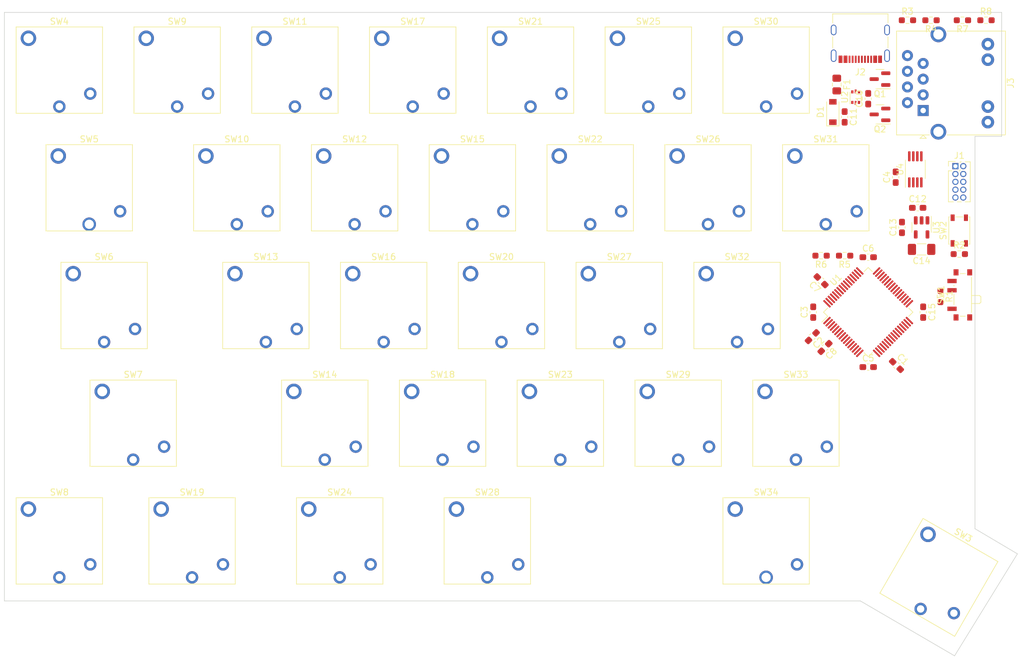
<source format=kicad_pcb>
(kicad_pcb (version 20211014) (generator pcbnew)
  (layers (0 "F.Cu" signal) (31 "B.Cu" signal) (34 "B.Paste" user) (35 "F.Paste" user) (36 "B.SilkS" user "B.Silkscreen") (37 "F.SilkS" user "F.Silkscreen") (38 "B.Mask" user) (39 "F.Mask" user) (44 "Edge.Cuts" user))
  (net 0 "")
  (net 1 "+3V3")
  (net 11 "GND")
  (net 46 "VBUS")
  (net 47 "Net-(C7-Pad1)")
  (net 48 "/RST")
  (net 49 "Net-(C12-Pad1)")
  (net 50 "Net-(C13-Pad1)")
  (net 51 "Net-(J2-PadA4)")
  (net 52 "Net-(J2-PadA7)")
  (net 53 "Net-(J2-PadA6)")
  (net 55 "Net-(J2-PadA5)")
  (net 57 "Net-(J2-PadB5)")
  (net 58 "Net-(R1-Pad1)")
  (net 59 "Net-(R5-Pad2)")
  (net 60 "/D-")
  (net 61 "/D+")
  (net 62 "/JTMS")
  (net 63 "/JTCK")
  (net 64 "/JTDI")
  (net 65 "/JTDO")
  (net 67 "/DMA_TX+")
  (net 68 "/DMA_TX-")
  (net 69 "/DMA_RX+")
  (net 70 "/DMA_RX-")
  (net 71 "Net-(J3-Pad12)")
  (net 72 "Net-(J3-Pad11)")
  (net 73 "Net-(J3-Pad9)")
  (net 74 "Net-(J3-Pad10)")
  (net 75 "/DMA_RX")
  (net 76 "/DMA_TX")
  (net 77 "/K_ESC")
  (net 78 "/K_GRAVE")
  (net 79 "/K_TAB")
  (net 80 "/K_CAPS")
  (net 81 "/K_SFT")
  (net 82 "/K_FN")
  (net 83 "/K_1")
  (net 84 "/K_Q")
  (net 85 "/K_2")
  (net 86 "/K_W")
  (net 87 "/K_A")
  (net 88 "/K_Z")
  (net 89 "/K_E")
  (net 90 "/K_S")
  (net 91 "/K_3")
  (net 92 "/K_X")
  (net 93 "/K_CTL")
  (net 94 "/K_D")
  (net 95 "/K_4")
  (net 96 "/K_R")
  (net 97 "/K_C")
  (net 98 "/K_OPT")
  (net 99 "/K_5")
  (net 100 "/K_T")
  (net 101 "/K_F")
  (net 102 "/K_CMD")
  (net 103 "/K_V")
  (net 104 "/K_6")
  (net 105 "/K_Y")
  (net 106 "/K_G")
  (net 107 "/K_B")
  (net 108 "/K_SPC")
  (footprint "dwkb:Kailh_Choc_V2_1.00u_PCB" (layer "F.Cu") (at 289.941 96.97)
    (fp_text reference "SW27" (at -2.54 -2.794) (layer "F.SilkS"))
    (fp_text value "K_F")
    (pad "" np_thru_hole circle locked (at -2.54 5.08) (size 4 4) (drill 4) (layers *.Cu *.Mask))
    (pad "" np_thru_hole circle locked (at 2.46 8.88) (size 2 2) (drill 1.2) (layers *.Cu *.Mask))
    (pad "1" thru_hole circle locked (at -7.54 -0.07) (size 2.5 2.5) (drill 1.6) (layers *.Cu *.Mask) (net 101 "/K_F"))
    (pad "2" thru_hole circle locked (at -2.54 10.98) (size 2 2) (drill 1.2) (layers *.Cu *.Mask) (net 11 "GND"))
  )
  (footprint "dwkb:Kailh_Choc_V2_1.00u_PCB" (layer "F.Cu") (at 218.44 58.87)
    (fp_text reference "SW9" (at -2.54 -2.794) (layer "F.SilkS"))
    (fp_text value "K_1")
    (pad "" np_thru_hole circle locked (at 2.46 8.88) (size 2 2) (drill 1.2) (layers *.Cu *.Mask))
    (pad "" np_thru_hole circle locked (at -2.54 5.08) (size 4 4) (drill 4) (layers *.Cu *.Mask))
    (pad "1" thru_hole circle locked (at -7.54 -0.07) (size 2.5 2.5) (drill 1.6) (layers *.Cu *.Mask) (net 83 "/K_1"))
    (pad "2" thru_hole circle locked (at -2.54 10.98) (size 2 2) (drill 1.2) (layers *.Cu *.Mask) (net 11 "GND"))
  )
  (footprint "Resistor_SMD:R_0603_1608Metric_Pad0.98x0.95mm_HandSolder" (layer "F.Cu") (at 337.82 55.88 180)
    (fp_text reference "R4" (at 0 -1.43) (layer "F.SilkS"))
    (fp_text value "5.1kohm")
    (pad "1" smd roundrect locked (at -0.9125 0 180) (size 0.975 0.95) (layers "F.Cu" "F.Paste" "F.Mask") (net 55 "Net-(J2-PadA5)"))
    (pad "2" smd roundrect locked (at 0.9125 0 180) (size 0.975 0.95) (layers "F.Cu" "F.Paste" "F.Mask") (net 11 "GND"))
  )
  (footprint "dwkb:Kailh_Choc_V2_1.00u_PCB" (layer "F.Cu") (at 256.54 58.87)
    (fp_text reference "SW17" (at -2.54 -2.794) (layer "F.SilkS"))
    (fp_text value "K_3")
    (pad "" np_thru_hole circle locked (at 2.46 8.88) (size 2 2) (drill 1.2) (layers *.Cu *.Mask))
    (pad "" np_thru_hole circle locked (at -2.54 5.08) (size 4 4) (drill 4) (layers *.Cu *.Mask))
    (pad "1" thru_hole circle locked (at -7.54 -0.07) (size 2.5 2.5) (drill 1.6) (layers *.Cu *.Mask) (net 91 "/K_3"))
    (pad "2" thru_hole circle locked (at -2.54 10.98) (size 2 2) (drill 1.2) (layers *.Cu *.Mask) (net 11 "GND"))
  )
  (footprint "dwkb:Kailh_Choc_V2_1.50u_PCB" (layer "F.Cu") (at 313.69 135.07)
    (fp_text reference "SW34" (at -2.54 -2.794) (layer "F.SilkS"))
    (fp_text value "K_SPC")
    (pad "" np_thru_hole circle locked (at -2.54 5.08) (size 4 4) (drill 4) (layers *.Cu *.Mask))
    (pad "" np_thru_hole circle locked (at 2.46 8.88) (size 2 2) (drill 1.2) (layers *.Cu *.Mask))
    (pad "1" thru_hole circle locked (at -7.54 -0.07) (size 2.5 2.5) (drill 1.6) (layers *.Cu *.Mask) (net 108 "/K_SPC"))
    (pad "2" thru_hole circle locked (at -2.54 10.98) (size 2.2 2.2) (drill 1.5) (layers *.Cu *.Mask) (net 11 "GND"))
  )
  (footprint "dwkb:Kailh_Choc_V2_1.00u_PCB" (layer "F.Cu") (at 247.142 77.92)
    (fp_text reference "SW12" (at -2.54 -2.794) (layer "F.SilkS"))
    (fp_text value "K_W")
    (pad "" np_thru_hole circle locked (at -2.54 5.08) (size 4 4) (drill 4) (layers *.Cu *.Mask))
    (pad "" np_thru_hole circle locked (at 2.46 8.88) (size 2 2) (drill 1.2) (layers *.Cu *.Mask))
    (pad "1" thru_hole circle locked (at -7.54 -0.07) (size 2.5 2.5) (drill 1.6) (layers *.Cu *.Mask) (net 86 "/K_W"))
    (pad "2" thru_hole circle locked (at -2.54 10.98) (size 2 2) (drill 1.2) (layers *.Cu *.Mask) (net 11 "GND"))
  )
  (footprint "Capacitor_SMD:C_0603_1608Metric_Pad1.08x0.95mm_HandSolder" (layer "F.Cu") (at 327.66 112.014)
    (fp_text reference "C5" (at 0 -1.43) (layer "F.SilkS"))
    (fp_text value "0.1uF")
    (pad "1" smd roundrect locked (at -0.8625 0) (size 1.075 0.95) (layers "F.Cu" "F.Paste" "F.Mask") (net 1 "+3V3"))
    (pad "2" smd roundrect locked (at 0.8625 0) (size 1.075 0.95) (layers "F.Cu" "F.Paste" "F.Mask") (net 11 "GND"))
  )
  (footprint "dwkb:Kailh_Choc_V2_1.00u_PCB" (layer "F.Cu") (at 232.791 96.97)
    (fp_text reference "SW13" (at -2.54 -2.794) (layer "F.SilkS"))
    (fp_text value "K_A")
    (pad "" np_thru_hole circle locked (at 2.46 8.88) (size 2 2) (drill 1.2) (layers *.Cu *.Mask))
    (pad "" np_thru_hole circle locked (at -2.54 5.08) (size 4 4) (drill 4) (layers *.Cu *.Mask))
    (pad "1" thru_hole circle locked (at -7.54 -0.07) (size 2.5 2.5) (drill 1.6) (layers *.Cu *.Mask) (net 87 "/K_A"))
    (pad "2" thru_hole circle locked (at -2.54 10.98) (size 2 2) (drill 1.2) (layers *.Cu *.Mask) (net 11 "GND"))
  )
  (footprint "dwkb:Kailh_Choc_V2_1.00u_PCB" (layer "F.Cu") (at 251.841 96.97)
    (fp_text reference "SW16" (at -2.54 -2.794) (layer "F.SilkS"))
    (fp_text value "K_S")
    (pad "" np_thru_hole circle locked (at -2.54 5.08) (size 4 4) (drill 4) (layers *.Cu *.Mask))
    (pad "" np_thru_hole circle locked (at 2.46 8.88) (size 2 2) (drill 1.2) (layers *.Cu *.Mask))
    (pad "1" thru_hole circle locked (at -7.54 -0.07) (size 2.5 2.5) (drill 1.6) (layers *.Cu *.Mask) (net 90 "/K_S"))
    (pad "2" thru_hole circle locked (at -2.54 10.98) (size 2 2) (drill 1.2) (layers *.Cu *.Mask) (net 11 "GND"))
  )
  (footprint "dwkb:Kailh_Choc_V2_1.00u_PCB" (layer "F.Cu") (at 228.092 77.92)
    (fp_text reference "SW10" (at -2.54 -2.794) (layer "F.SilkS"))
    (fp_text value "K_Q")
    (pad "" np_thru_hole circle locked (at -2.54 5.08) (size 4 4) (drill 4) (layers *.Cu *.Mask))
    (pad "" np_thru_hole circle locked (at 2.46 8.88) (size 2 2) (drill 1.2) (layers *.Cu *.Mask))
    (pad "1" thru_hole circle locked (at -7.54 -0.07) (size 2.5 2.5) (drill 1.6) (layers *.Cu *.Mask) (net 84 "/K_Q"))
    (pad "2" thru_hole circle locked (at -2.54 10.98) (size 2 2) (drill 1.2) (layers *.Cu *.Mask) (net 11 "GND"))
  )
  (footprint "dwkb:Kailh_Choc_V2_1.00u_PCB" (layer "F.Cu") (at 285.242 77.92)
    (fp_text reference "SW22" (at -2.54 -2.794) (layer "F.SilkS"))
    (fp_text value "K_R")
    (pad "" np_thru_hole circle locked (at 2.46 8.88) (size 2 2) (drill 1.2) (layers *.Cu *.Mask))
    (pad "" np_thru_hole circle locked (at -2.54 5.08) (size 4 4) (drill 4) (layers *.Cu *.Mask))
    (pad "1" thru_hole circle locked (at -7.54 -0.07) (size 2.5 2.5) (drill 1.6) (layers *.Cu *.Mask) (net 96 "/K_R"))
    (pad "2" thru_hole circle locked (at -2.54 10.98) (size 2 2) (drill 1.2) (layers *.Cu *.Mask) (net 11 "GND"))
  )
  (footprint "Fuse:Fuse_0805_2012Metric_Pad1.15x1.40mm_HandSolder" (layer "F.Cu") (at 322.58 66.285 -90)
    (fp_text reference "F1" (at 0 -1.65 90) (layer "F.SilkS"))
    (fp_text value "Polyfuse")
    (pad "1" smd roundrect locked (at -1.025 0 270) (size 1.15 1.4) (layers "F.Cu" "F.Paste" "F.Mask") (roundrect_rratio 0.217391) (net 51 "Net-(J2-PadA4)"))
    (pad "2" smd roundrect locked (at 1.025 0 270) (size 1.15 1.4) (layers "F.Cu" "F.Paste" "F.Mask") (roundrect_rratio 0.217391) (net 46 "VBUS"))
  )
  (footprint "dwkb:Kailh_Choc_V2_1.00u_PCB" (layer "F.Cu") (at 313.69 58.87)
    (fp_text reference "SW30" (at -2.54 -2.794) (layer "F.SilkS"))
    (fp_text value "K_6")
    (pad "" np_thru_hole circle locked (at -2.54 5.08) (size 4 4) (drill 4) (layers *.Cu *.Mask))
    (pad "" np_thru_hole circle locked (at 2.46 8.88) (size 2 2) (drill 1.2) (layers *.Cu *.Mask))
    (pad "1" thru_hole circle locked (at -7.54 -0.07) (size 2.5 2.5) (drill 1.6) (layers *.Cu *.Mask) (net 104 "/K_6"))
    (pad "2" thru_hole circle locked (at -2.54 10.98) (size 2 2) (drill 1.2) (layers *.Cu *.Mask) (net 11 "GND"))
  )
  (footprint "Connector_RJ:RJ45_BEL_SS74301-00x_Vertical" (layer "F.Cu") (at 336.55 70.49 90)
    (fp_text reference "J3" (at 4.445 14.15 90) (layer "F.SilkS"))
    (fp_text value "RJ45_LED_Shielded")
    (pad "" np_thru_hole circle locked (at 10.16 6.35 90) (size 3.2512 3.2512) (drill 3.2512) (layers *.Cu *.Mask))
    (pad "" np_thru_hole circle locked (at -1.27 6.35 90) (size 3.2512 3.2512) (drill 3.2512) (layers *.Cu *.Mask))
    (pad "1" thru_hole rect locked (at 0 0 90) (size 1.778 1.778) (drill 0.889) (layers *.Cu *.Mask) (net 67 "/DMA_TX+"))
    (pad "2" thru_hole circle locked (at 1.27 -2.54 90) (size 1.778 1.778) (drill 0.889) (layers *.Cu *.Mask) (net 68 "/DMA_TX-"))
    (pad "3" thru_hole circle locked (at 2.54 0 90) (size 1.778 1.778) (drill 0.889) (layers *.Cu *.Mask) (net 69 "/DMA_RX+"))
    (pad "4" thru_hole circle locked (at 3.81 -2.54 90) (size 1.778 1.778) (drill 0.889) (layers *.Cu *.Mask) (net 1 "+3V3"))
    (pad "5" thru_hole circle locked (at 5.08 0 90) (size 1.778 1.778) (drill 0.889) (layers *.Cu *.Mask) (net 1 "+3V3"))
    (pad "6" thru_hole circle locked (at 6.35 -2.54 90) (size 1.778 1.778) (drill 0.889) (layers *.Cu *.Mask) (net 70 "/DMA_RX-"))
    (pad "7" thru_hole circle locked (at 7.62 0 90) (size 1.778 1.778) (drill 0.889) (layers *.Cu *.Mask) (net 11 "GND"))
    (pad "8" thru_hole circle locked (at 8.89 -2.54 90) (size 1.778 1.778) (drill 0.889) (layers *.Cu *.Mask) (net 11 "GND"))
    (pad "9" thru_hole circle locked (at 10.7442 10.4648 90) (size 2.032 2.032) (drill 1.016) (layers *.Cu *.Mask) (net 73 "Net-(J3-Pad9)"))
    (pad "10" thru_hole circle locked (at 8.2296 10.4648 90) (size 2.032 2.032) (drill 1.016) (layers *.Cu *.Mask) (net 74 "Net-(J3-Pad10)"))
    (pad "11" thru_hole circle locked (at 0.635 10.4648 90) (size 2.032 2.032) (drill 1.016) (layers *.Cu *.Mask) (net 72 "Net-(J3-Pad11)"))
    (pad "12" thru_hole circle locked (at -1.8796 10.4648 90) (size 2.032 2.032) (drill 1.016) (layers *.Cu *.Mask) (net 71 "Net-(J3-Pad12)"))
    (pad "SH" thru_hole circle locked (at -3.429 2.4638 90) (size 2.54 2.54) (drill 1.651) (layers *.Cu *.Mask) (net 11 "GND"))
    (pad "SH" thru_hole circle locked (at 12.319 2.4638 90) (size 2.54 2.54) (drill 1.651) (layers *.Cu *.Mask) (net 11 "GND"))
  )
  (footprint "dwkb:Kailh_Choc_V2_1.00u_PCB" (layer "F.Cu") (at 242.316 116.02)
    (fp_text reference "SW14" (at -2.54 -2.794) (layer "F.SilkS"))
    (fp_text value "K_Z")
    (pad "" np_thru_hole circle locked (at 2.46 8.88) (size 2 2) (drill 1.2) (layers *.Cu *.Mask))
    (pad "" np_thru_hole circle locked (at -2.54 5.08) (size 4 4) (drill 4) (layers *.Cu *.Mask))
    (pad "1" thru_hole circle locked (at -7.54 -0.07) (size 2.5 2.5) (drill 1.6) (layers *.Cu *.Mask) (net 88 "/K_Z"))
    (pad "2" thru_hole circle locked (at -2.54 10.98) (size 2 2) (drill 1.2) (layers *.Cu *.Mask) (net 11 "GND"))
  )
  (footprint "dwkb:Kailh_Choc_V2_1.00u_PCB" (layer "F.Cu") (at 199.39 58.87)
    (fp_text reference "SW4" (at -2.54 -2.794) (layer "F.SilkS"))
    (fp_text value "K_GRAVE")
    (pad "" np_thru_hole circle locked (at -2.54 5.08) (size 4 4) (drill 4) (layers *.Cu *.Mask))
    (pad "" np_thru_hole circle locked (at 2.46 8.88) (size 2 2) (drill 1.2) (layers *.Cu *.Mask))
    (pad "1" thru_hole circle locked (at -7.54 -0.07) (size 2.5 2.5) (drill 1.6) (layers *.Cu *.Mask) (net 78 "/K_GRAVE"))
    (pad "2" thru_hole circle locked (at -2.54 10.98) (size 2 2) (drill 1.2) (layers *.Cu *.Mask) (net 11 "GND"))
  )
  (footprint "Capacitor_SMD:C_0603_1608Metric_Pad1.08x0.95mm_HandSolder" (layer "F.Cu") (at 320.675 108.839 -135)
    (fp_text reference "C8" (at 0 -1.43 45) (layer "F.SilkS"))
    (fp_text value "0.1uF")
    (pad "1" smd roundrect locked (at -0.8625 0 225) (size 1.075 0.95) (layers "F.Cu" "F.Paste" "F.Mask") (net 48 "/RST"))
    (pad "2" smd roundrect locked (at 0.8625 0 225) (size 1.075 0.95) (layers "F.Cu" "F.Paste" "F.Mask") (net 11 "GND"))
  )
  (footprint "Package_QFP:LQFP-64_10x10mm_P0.5mm" (layer "F.Cu") (at 327.66 103.124 45)
    (fp_text reference "U1" (at 0 -7.4 45) (layer "F.SilkS"))
    (fp_text value "STM32L433RCTx")
    (pad "1" smd roundrect locked (at -5.675 -3.75 45) (size 1.55 0.3) (layers "F.Cu" "F.Paste" "F.Mask") (net 1 "+3V3"))
    (pad "2" smd roundrect locked (at -5.675 -3.25 45) (size 1.55 0.3) (layers "F.Cu" "F.Paste" "F.Mask"))
    (pad "3" smd roundrect locked (at -5.675 -2.75 45) (size 1.55 0.3) (layers "F.Cu" "F.Paste" "F.Mask"))
    (pad "4" smd roundrect locked (at -5.675 -2.25 45) (size 1.55 0.3) (layers "F.Cu" "F.Paste" "F.Mask"))
    (pad "5" smd roundrect locked (at -5.675 -1.75 45) (size 1.55 0.3) (layers "F.Cu" "F.Paste" "F.Mask"))
    (pad "6" smd roundrect locked (at -5.675 -1.25 45) (size 1.55 0.3) (layers "F.Cu" "F.Paste" "F.Mask"))
    (pad "7" smd roundrect locked (at -5.675 -0.75 45) (size 1.55 0.3) (layers "F.Cu" "F.Paste" "F.Mask") (net 48 "/RST"))
    (pad "8" smd roundrect locked (at -5.675 -0.25 45) (size 1.55 0.3) (layers "F.Cu" "F.Paste" "F.Mask"))
    (pad "9" smd roundrect locked (at -5.675 0.25 45) (size 1.55 0.3) (layers "F.Cu" "F.Paste" "F.Mask"))
    (pad "10" smd roundrect locked (at -5.675 0.75 45) (size 1.55 0.3) (layers "F.Cu" "F.Paste" "F.Mask"))
    (pad "11" smd roundrect locked (at -5.675 1.25 45) (size 1.55 0.3) (layers "F.Cu" "F.Paste" "F.Mask"))
    (pad "12" smd roundrect locked (at -5.675 1.75 45) (size 1.55 0.3) (layers "F.Cu" "F.Paste" "F.Mask") (net 11 "GND"))
    (pad "13" smd roundrect locked (at -5.675 2.25 45) (size 1.55 0.3) (layers "F.Cu" "F.Paste" "F.Mask") (net 1 "+3V3"))
    (pad "14" smd roundrect locked (at -5.675 2.75 45) (size 1.55 0.3) (layers "F.Cu" "F.Paste" "F.Mask"))
    (pad "15" smd roundrect locked (at -5.675 3.25 45) (size 1.55 0.3) (layers "F.Cu" "F.Paste" "F.Mask"))
    (pad "16" smd roundrect locked (at -5.675 3.75 45) (size 1.55 0.3) (layers "F.Cu" "F.Paste" "F.Mask"))
    (pad "17" smd roundrect locked (at -3.75 5.675 45) (size 0.3 1.55) (layers "F.Cu" "F.Paste" "F.Mask"))
    (pad "18" smd roundrect locked (at -3.25 5.675 45) (size 0.3 1.55) (layers "F.Cu" "F.Paste" "F.Mask") (net 11 "GND"))
    (pad "19" smd roundrect locked (at -2.75 5.675 45) (size 0.3 1.55) (layers "F.Cu" "F.Paste" "F.Mask") (net 1 "+3V3"))
    (pad "20" smd roundrect locked (at -2.25 5.675 45) (size 0.3 1.55) (layers "F.Cu" "F.Paste" "F.Mask"))
    (pad "21" smd roundrect locked (at -1.75 5.675 45) (size 0.3 1.55) (layers "F.Cu" "F.Paste" "F.Mask"))
    (pad "22" smd roundrect locked (at -1.25 5.675 45) (size 0.3 1.55) (layers "F.Cu" "F.Paste" "F.Mask"))
    (pad "23" smd roundrect locked (at -0.75 5.675 45) (size 0.3 1.55) (layers "F.Cu" "F.Paste" "F.Mask"))
    (pad "24" smd roundrect locked (at -0.25 5.675 45) (size 0.3 1.55) (layers "F.Cu" "F.Paste" "F.Mask"))
    (pad "25" smd roundrect locked (at 0.25 5.675 45) (size 0.3 1.55) (layers "F.Cu" "F.Paste" "F.Mask"))
    (pad "26" smd roundrect locked (at 0.75 5.675 45) (size 0.3 1.55) (layers "F.Cu" "F.Paste" "F.Mask"))
    (pad "27" smd roundrect locked (at 1.25 5.675 45) (size 0.3 1.55) (layers "F.Cu" "F.Paste" "F.Mask"))
    (pad "28" smd roundrect locked (at 1.75 5.675 45) (size 0.3 1.55) (layers "F.Cu" "F.Paste" "F.Mask"))
    (pad "29" smd roundrect locked (at 2.25 5.675 45) (size 0.3 1.55) (layers "F.Cu" "F.Paste" "F.Mask"))
    (pad "30" smd roundrect locked (at 2.75 5.675 45) (size 0.3 1.55) (layers "F.Cu" "F.Paste" "F.Mask"))
    (pad "31" smd roundrect locked (at 3.25 5.675 45) (size 0.3 1.55) (layers "F.Cu" "F.Paste" "F.Mask") (net 11 "GND"))
    (pad "32" smd roundrect locked (at 3.75 5.675 45) (size 0.3 1.55) (layers "F.Cu" "F.Paste" "F.Mask") (net 1 "+3V3"))
    (pad "33" smd roundrect locked (at 5.675 3.75 45) (size 1.55 0.3) (layers "F.Cu" "F.Paste" "F.Mask"))
    (pad "34" smd roundrect locked (at 5.675 3.25 45) (size 1.55 0.3) (layers "F.Cu" "F.Paste" "F.Mask"))
    (pad "35" smd roundrect locked (at 5.675 2.75 45) (size 1.55 0.3) (layers "F.Cu" "F.Paste" "F.Mask"))
    (pad "36" smd roundrect locked (at 5.675 2.25 45) (size 1.55 0.3) (layers "F.Cu" "F.Paste" "F.Mask"))
    (pad "37" smd roundrect locked (at 5.675 1.75 45) (size 1.55 0.3) (layers "F.Cu" "F.Paste" "F.Mask"))
    (pad "38" smd roundrect locked (at 5.675 1.25 45) (size 1.55 0.3) (layers "F.Cu" "F.Paste" "F.Mask"))
    (pad "39" smd roundrect locked (at 5.675 0.75 45) (size 1.55 0.3) (layers "F.Cu" "F.Paste" "F.Mask"))
    (pad "40" smd roundrect locked (at 5.675 0.25 45) (size 1.55 0.3) (layers "F.Cu" "F.Paste" "F.Mask"))
    (pad "41" smd roundrect locked (at 5.675 -0.25 45) (size 1.55 0.3) (layers "F.Cu" "F.Paste" "F.Mask"))
    (pad "42" smd roundrect locked (at 5.675 -0.75 45) (size 1.55 0.3) (layers "F.Cu" "F.Paste" "F.Mask") (net 76 "/DMA_TX"))
    (pad "43" smd roundrect locked (at 5.675 -1.25 45) (size 1.55 0.3) (layers "F.Cu" "F.Paste" "F.Mask") (net 75 "/DMA_RX"))
    (pad "44" smd roundrect locked (at 5.675 -1.75 45) (size 1.55 0.3) (layers "F.Cu" "F.Paste" "F.Mask") (net 60 "/D-"))
    (pad "45" smd roundrect locked (at 5.675 -2.25 45) (size 1.55 0.3) (layers "F.Cu" "F.Paste" "F.Mask") (net 61 "/D+"))
    (pad "46" smd roundrect locked (at 5.675 -2.75 45) (size 1.55 0.3) (layers "F.Cu" "F.Paste" "F.Mask") (net 62 "/JTMS"))
    (pad "47" smd roundrect locked (at 5.675 -3.25 45) (size 1.55 0.3) (layers "F.Cu" "F.Paste" "F.Mask") (net 11 "GND"))
    (pad "48" smd roundrect locked (at 5.675 -3.75 45) (size 1.55 0.3) (layers "F.Cu" "F.Paste" "F.Mask") (net 46 "VBUS"))
    (pad "49" smd roundrect locked (at 3.75 -5.675 45) (size 0.3 1.55) (layers "F.Cu" "F.Paste" "F.Mask") (net 63 "/JTCK"))
    (pad "50" smd roundrect locked (at 3.25 -5.675 45) (size 0.3 1.55) (layers "F.Cu" "F.Paste" "F.Mask") (net 64 "/JTDI"))
    (pad "51" smd roundrect locked (at 2.75 -5.675 45) (size 0.3 1.55) (layers "F.Cu" "F.Paste" "F.Mask"))
    (pad "52" smd roundrect locked (at 2.25 -5.675 45) (size 0.3 1.55) (layers "F.Cu" "F.Paste" "F.Mask"))
    (pad "53" smd roundrect locked (at 1.75 -5.675 45) (size 0.3 1.55) (layers "F.Cu" "F.Paste" "F.Mask"))
    (pad "54" smd roundrect locked (at 1.25 -5.675 45) (size 0.3 1.55) (layers "F.Cu" "F.Paste" "F.Mask"))
    (pad "55" smd roundrect locked (at 0.75 -5.675 45) (size 0.3 1.55) (layers "F.Cu" "F.Paste" "F.Mask") (net 65 "/JTDO"))
    (pad "56" smd roundrect locked (at 0.25 -5.675 45) (size 0.3 1.55) (layers "F.Cu" "F.Paste" "F.Mask"))
    (pad "57" smd roundrect locked (at -0.25 -5.675 45) (size 0.3 1.55) (layers "F.Cu" "F.Paste" "F.Mask"))
    (pad "58" smd roundrect locked (at -0.75 -5.675 45) (size 0.3 1.55) (layers "F.Cu" "F.Paste" "F.Mask"))
    (pad "59" smd roundrect locked (at -1.25 -5.675 45) (size 0.3 1.55) (layers "F.Cu" "F.Paste" "F.Mask"))
    (pad "60" smd roundrect locked (at -1.75 -5.675 45) (size 0.3 1.55) (layers "F.Cu" "F.Paste" "F.Mask") (net 47 "Net-(C7-Pad1)"))
    (pad "61" smd roundrect locked (at -2.25 -5.675 45) (size 0.3 1.55) (layers "F.Cu" "F.Paste" "F.Mask"))
    (pad "62" smd roundrect locked (at -2.75 -5.675 45) (size 0.3 1.55) (layers "F.Cu" "F.Paste" "F.Mask"))
    (pad "63" smd roundrect locked (at -3.25 -5.675 45) (size 0.3 1.55) (layers "F.Cu" "F.Paste" "F.Mask") (net 11 "GND"))
    (pad "64" smd roundrect locked (at -3.75 -5.675 45) (size 0.3 1.55) (layers "F.Cu" "F.Paste" "F.Mask") (net 1 "+3V3"))
  )
  (footprint "Package_TO_SOT_SMD:SOT-23-5" (layer "F.Cu") (at 336.296 89.408 -90)
    (fp_text reference "U3" (at 0 -2.4 90) (layer "F.SilkS"))
    (fp_text value "TPS79333-EP")
    (pad "1" smd roundrect locked (at -1.1375 -0.95 270) (size 1.325 0.6) (layers "F.Cu" "F.Paste" "F.Mask") (net 49 "Net-(C12-Pad1)"))
    (pad "2" smd roundrect locked (at -1.1375 0 270) (size 1.325 0.6) (layers "F.Cu" "F.Paste" "F.Mask") (net 11 "GND"))
    (pad "3" smd roundrect locked (at -1.1375 0.95 270) (size 1.325 0.6) (layers "F.Cu" "F.Paste" "F.Mask") (net 49 "Net-(C12-Pad1)"))
    (pad "4" smd roundrect locked (at 1.1375 0.95 270) (size 1.325 0.6) (layers "F.Cu" "F.Paste" "F.Mask") (net 50 "Net-(C13-Pad1)"))
    (pad "5" smd roundrect locked (at 1.1375 -0.95 270) (size 1.325 0.6) (layers "F.Cu" "F.Paste" "F.Mask") (net 1 "+3V3"))
  )
  (footprint "Package_TO_SOT_SMD:SOT-23" (layer "F.Cu") (at 329.565 71.12 180)
    (fp_text reference "Q2" (at 0 -2.4) (layer "F.SilkS"))
    (fp_text value "TX_DRIVE")
    (pad "1" smd roundrect locked (at -0.9375 -0.95 180) (size 1.475 0.6) (layers "F.Cu" "F.Paste" "F.Mask") (net 76 "/DMA_TX"))
    (pad "2" smd roundrect locked (at -0.9375 0.95 180) (size 1.475 0.6) (layers "F.Cu" "F.Paste" "F.Mask") (net 72 "Net-(J3-Pad11)"))
    (pad "3" smd roundrect locked (at 0.9375 0 180) (size 1.475 0.6) (layers "F.Cu" "F.Paste" "F.Mask") (net 11 "GND"))
  )
  (footprint "Capacitor_SMD:C_0603_1608Metric_Pad1.08x0.95mm_HandSolder" (layer "F.Cu") (at 327.66 94.234)
    (fp_text reference "C6" (at 0 -1.43) (layer "F.SilkS"))
    (fp_text value "0.1uF")
    (pad "1" smd roundrect locked (at -0.8625 0) (size 1.075 0.95) (layers "F.Cu" "F.Paste" "F.Mask") (net 46 "VBUS"))
    (pad "2" smd roundrect locked (at 0.8625 0) (size 1.075 0.95) (layers "F.Cu" "F.Paste" "F.Mask") (net 11 "GND"))
  )
  (footprint "dwkb:Kailh_Choc_V2_1.00u_PCB" (layer "F.Cu") (at 280.416 116.02)
    (fp_text reference "SW23" (at -2.54 -2.794) (layer "F.SilkS"))
    (fp_text value "K_C")
    (pad "" np_thru_hole circle locked (at -2.54 5.08) (size 4 4) (drill 4) (layers *.Cu *.Mask))
    (pad "" np_thru_hole circle locked (at 2.46 8.88) (size 2 2) (drill 1.2) (layers *.Cu *.Mask))
    (pad "1" thru_hole circle locked (at -7.54 -0.07) (size 2.5 2.5) (drill 1.6) (layers *.Cu *.Mask) (net 97 "/K_C"))
    (pad "2" thru_hole circle locked (at -2.54 10.98) (size 2 2) (drill 1.2) (layers *.Cu *.Mask) (net 11 "GND"))
  )
  (footprint "Resistor_SMD:R_0603_1608Metric_Pad0.98x0.95mm_HandSolder" (layer "F.Cu") (at 323.85 93.98 180)
    (fp_text reference "R5" (at 0 -1.43) (layer "F.SilkS"))
    (fp_text value "1.2kohm")
    (pad "1" smd roundrect locked (at -0.9125 0 180) (size 0.975 0.95) (layers "F.Cu" "F.Paste" "F.Mask") (net 49 "Net-(C12-Pad1)"))
    (pad "2" smd roundrect locked (at 0.9125 0 180) (size 0.975 0.95) (layers "F.Cu" "F.Paste" "F.Mask") (net 59 "Net-(R5-Pad2)"))
  )
  (footprint "dwkb:Kailh_Choc_V2_1.25u_PCB" (layer "F.Cu") (at 244.729 135.07)
    (fp_text reference "SW24" (at -2.54 -2.794) (layer "F.SilkS"))
    (fp_text value "K_OPT")
    (pad "" np_thru_hole circle locked (at -2.54 5.08) (size 4 4) (drill 4) (layers *.Cu *.Mask))
    (pad "" np_thru_hole circle locked (at 2.46 8.88) (size 2 2) (drill 1.2) (layers *.Cu *.Mask))
    (pad "1" thru_hole circle locked (at -7.54 -0.07 90) (size 2.5 2.5) (drill 1.6) (layers *.Cu *.Mask) (net 98 "/K_OPT"))
    (pad "2" thru_hole circle locked (at -2.54 10.98) (size 2 2) (drill 1.2) (layers *.Cu *.Mask) (net 11 "GND"))
  )
  (footprint "Connector_PinHeader_1.27mm:PinHeader_2x05_P1.27mm_Vertical" (layer "F.Cu") (at 341.767 79.492)
    (fp_text reference "J1" (at 0.635 -1.695) (layer "F.SilkS"))
    (fp_text value "Conn_ARM_JTAG_SWD_10")
    (pad "1" thru_hole rect locked (at 0 0) (size 1 1) (drill 0.65) (layers *.Cu *.Mask) (net 1 "+3V3"))
    (pad "2" thru_hole oval locked (at 1.27 0) (size 1 1) (drill 0.65) (layers *.Cu *.Mask) (net 62 "/JTMS"))
    (pad "3" thru_hole oval locked (at 0 1.27) (size 1 1) (drill 0.65) (layers *.Cu *.Mask) (net 11 "GND"))
    (pad "4" thru_hole oval locked (at 1.27 1.27) (size 1 1) (drill 0.65) (layers *.Cu *.Mask) (net 63 "/JTCK"))
    (pad "5" thru_hole oval locked (at 0 2.54) (size 1 1) (drill 0.65) (layers *.Cu *.Mask) (net 11 "GND"))
    (pad "6" thru_hole oval locked (at 1.27 2.54) (size 1 1) (drill 0.65) (layers *.Cu *.Mask) (net 65 "/JTDO"))
    (pad "7" thru_hole oval locked (at 0 3.81) (size 1 1) (drill 0.65) (layers *.Cu *.Mask))
    (pad "8" thru_hole oval locked (at 1.27 3.81) (size 1 1) (drill 0.65) (layers *.Cu *.Mask) (net 64 "/JTDI"))
    (pad "9" thru_hole oval locked (at 0 5.08) (size 1 1) (drill 0.65) (layers *.Cu *.Mask) (net 11 "GND"))
    (pad "10" thru_hole oval locked (at 1.27 5.08) (size 1 1) (drill 0.65) (layers *.Cu *.Mask) (net 48 "/RST"))
  )
  (footprint "Package_SO:MSOP-8_3x3mm_P0.65mm" (layer "F.Cu") (at 335.28 80.01 90)
    (fp_text reference "U4" (at 0 -2.45 90) (layer "F.SilkS"))
    (fp_text value "LTC2851xMS8")
    (pad "1" smd roundrect locked (at -2.1125 -0.975 90) (size 1.625 0.4) (layers "F.Cu" "F.Paste" "F.Mask") (net 1 "+3V3"))
    (pad "2" smd roundrect locked (at -2.1125 -0.325 90) (size 1.625 0.4) (layers "F.Cu" "F.Paste" "F.Mask") (net 75 "/DMA_RX"))
    (pad "3" smd roundrect locked (at -2.1125 0.325 90) (size 1.625 0.4) (layers "F.Cu" "F.Paste" "F.Mask") (net 76 "/DMA_TX"))
    (pad "4" smd roundrect locked (at -2.1125 0.975 90) (size 1.625 0.4) (layers "F.Cu" "F.Paste" "F.Mask") (net 11 "GND"))
    (pad "5" smd roundrect locked (at 2.1125 0.975 90) (size 1.625 0.4) (layers "F.Cu" "F.Paste" "F.Mask") (net 67 "/DMA_TX+"))
    (pad "6" smd roundrect locked (at 2.1125 0.325 90) (size 1.625 0.4) (layers "F.Cu" "F.Paste" "F.Mask") (net 68 "/DMA_TX-"))
    (pad "7" smd roundrect locked (at 2.1125 -0.325 90) (size 1.625 0.4) (layers "F.Cu" "F.Paste" "F.Mask") (net 70 "/DMA_RX-"))
    (pad "8" smd roundrect locked (at 2.1125 -0.975 90) (size 1.625 0.4) (layers "F.Cu" "F.Paste" "F.Mask") (net 69 "/DMA_RX+"))
  )
  (footprint "dwkb:Kailh_Choc_V2_1.00u_PCB" (layer "F.Cu") (at 237.49 58.87)
    (fp_text reference "SW11" (at -2.54 -2.794) (layer "F.SilkS"))
    (fp_text value "K_2")
    (pad "" np_thru_hole circle locked (at -2.54 5.08) (size 4 4) (drill 4) (layers *.Cu *.Mask))
    (pad "" np_thru_hole circle locked (at 2.46 8.88) (size 2 2) (drill 1.2) (layers *.Cu *.Mask))
    (pad "1" thru_hole circle locked (at -7.54 -0.07) (size 2.5 2.5) (drill 1.6) (layers *.Cu *.Mask) (net 85 "/K_2"))
    (pad "2" thru_hole circle locked (at -2.54 10.98) (size 2 2) (drill 1.2) (layers *.Cu *.Mask) (net 11 "GND"))
  )
  (footprint "dwkb:Kailh_Choc_V2_1.00u_PCB" (layer "F.Cu") (at 308.991 96.97)
    (fp_text reference "SW32" (at -2.54 -2.794) (layer "F.SilkS"))
    (fp_text value "K_G")
    (pad "" np_thru_hole circle locked (at 2.46 8.88) (size 2 2) (drill 1.2) (layers *.Cu *.Mask))
    (pad "" np_thru_hole circle locked (at -2.54 5.08) (size 4 4) (drill 4) (layers *.Cu *.Mask))
    (pad "1" thru_hole circle locked (at -7.54 -0.07) (size 2.5 2.5) (drill 1.6) (layers *.Cu *.Mask) (net 106 "/K_G"))
    (pad "2" thru_hole circle locked (at -2.54 10.98) (size 2 2) (drill 1.2) (layers *.Cu *.Mask) (net 11 "GND"))
  )
  (footprint "dwkb:Kailh_Choc_V2_1.50u_PCB" (layer "F.Cu") (at 204.216 77.92)
    (fp_text reference "SW5" (at -2.54 -2.794) (layer "F.SilkS"))
    (fp_text value "K_TAB")
    (pad "" np_thru_hole circle locked (at -2.54 5.08) (size 4 4) (drill 4) (layers *.Cu *.Mask))
    (pad "" np_thru_hole circle locked (at 2.46 8.88) (size 2 2) (drill 1.2) (layers *.Cu *.Mask))
    (pad "1" thru_hole circle locked (at -7.54 -0.07) (size 2.5 2.5) (drill 1.6) (layers *.Cu *.Mask) (net 79 "/K_TAB"))
    (pad "2" thru_hole circle locked (at -2.54 10.98) (size 2.2 2.2) (drill 1.5) (layers *.Cu *.Mask) (net 11 "GND"))
  )
  (footprint "Connector_USB:USB_C_Receptacle_Palconn_UTC16-G" (layer "F.Cu") (at 326.39 59.69 180)
    (fp_text reference "J2" (at 0 -4.58) (layer "F.SilkS"))
    (fp_text value "USB_C_Receptacle_USB2.0")
    (pad "" np_thru_hole circle locked (at -2.89 -1.45) (size 0.6 0.6) (drill 0.6) (layers *.Cu *.Mask))
    (pad "" np_thru_hole circle locked (at 2.89 -1.45) (size 0.6 0.6) (drill 0.6) (layers *.Cu *.Mask))
    (pad "A1" smd rect locked (at -3.2 -2.51 180) (size 0.6 1.16) (layers "F.Cu" "F.Paste" "F.Mask") (net 11 "GND"))
    (pad "A4" smd rect locked (at -2.4 -2.51 180) (size 0.6 1.16) (layers "F.Cu" "F.Paste" "F.Mask") (net 51 "Net-(J2-PadA4)"))
    (pad "A5" smd rect locked (at -1.25 -2.51) (size 0.3 1.16) (layers "F.Cu" "F.Paste" "F.Mask") (net 55 "Net-(J2-PadA5)"))
    (pad "A6" smd rect locked (at -0.25 -2.51) (size 0.3 1.16) (layers "F.Cu" "F.Paste" "F.Mask") (net 53 "Net-(J2-PadA6)"))
    (pad "A7" smd rect locked (at 0.25 -2.51) (size 0.3 1.16) (layers "F.Cu" "F.Paste" "F.Mask") (net 52 "Net-(J2-PadA7)"))
    (pad "A8" smd rect locked (at 1.25 -2.51) (size 0.3 1.16) (layers "F.Cu" "F.Paste" "F.Mask"))
    (pad "A9" smd rect locked (at 2.4 -2.51 180) (size 0.6 1.16) (layers "F.Cu" "F.Paste" "F.Mask") (net 51 "Net-(J2-PadA4)"))
    (pad "A12" smd rect locked (at 3.2 -2.51 180) (size 0.6 1.16) (layers "F.Cu" "F.Paste" "F.Mask") (net 11 "GND"))
    (pad "B1" smd rect locked (at 3.2 -2.51 180) (size 0.6 1.16) (layers "F.Cu" "F.Paste" "F.Mask") (net 11 "GND"))
    (pad "B4" smd rect locked (at 2.4 -2.51 180) (size 0.6 1.16) (layers "F.Cu" "F.Paste" "F.Mask") (net 51 "Net-(J2-PadA4)"))
    (pad "B5" smd rect locked (at 1.75 -2.51) (size 0.3 1.16) (layers "F.Cu" "F.Paste" "F.Mask") (net 57 "Net-(J2-PadB5)"))
    (pad "B6" smd rect locked (at 0.75 -2.51) (size 0.3 1.16) (layers "F.Cu" "F.Paste" "F.Mask") (net 53 "Net-(J2-PadA6)"))
    (pad "B7" smd rect locked (at -0.75 -2.51) (size 0.3 1.16) (layers "F.Cu" "F.Paste" "F.Mask") (net 52 "Net-(J2-PadA7)"))
    (pad "B8" smd rect locked (at -1.75 -2.51) (size 0.3 1.16) (layers "F.Cu" "F.Paste" "F.Mask"))
    (pad "B9" smd rect locked (at -2.4 -2.51 180) (size 0.6 1.16) (layers "F.Cu" "F.Paste" "F.Mask") (net 51 "Net-(J2-PadA4)"))
    (pad "B12" smd rect locked (at -3.2 -2.51 180) (size 0.6 1.16) (layers "F.Cu" "F.Paste" "F.Mask") (net 11 "GND"))
    (pad "S1" thru_hole oval locked (at -4.32 -1.93 270) (size 2 0.9) (drill oval 1.7 0.6) (layers *.Cu *.Mask) (net 11 "GND"))
    (pad "S1" thru_hole oval locked (at 4.32 2.24 270) (size 1.7 0.9) (drill oval 1.4 0.6) (layers *.Cu *.Mask) (net 11 "GND"))
    (pad "S1" thru_hole oval locked (at 4.32 -1.93 270) (size 2 0.9) (drill oval 1.7 0.6) (layers *.Cu *.Mask) (net 11 "GND"))
    (pad "S1" thru_hole oval locked (at -4.32 2.24 270) (size 1.7 0.9) (drill oval 1.4 0.6) (layers *.Cu *.Mask) (net 11 "GND"))
  )
  (footprint "dwkb:Kailh_Choc_V2_2.25u_PCB" (layer "F.Cu") (at 211.328 116.02)
    (fp_text reference "SW7" (at -2.54 -2.794) (layer "F.SilkS"))
    (fp_text value "K_SFT")
    (pad "" np_thru_hole circle locked (at -2.54 5.08) (size 4 4) (drill 4) (layers *.Cu *.Mask))
    (pad "" np_thru_hole circle locked (at 9.36 -1.92) (size 3.05 3.05) (drill 3.05) (layers *.Cu *.Mask))
    (pad "" np_thru_hole circle locked (at 2.46 8.88) (size 2 2) (drill 1.2) (layers *.Cu *.Mask))
    (pad "" np_thru_hole circle locked (at 9.36 13.32) (size 4 4) (drill 4) (layers *.Cu *.Mask))
    (pad "" np_thru_hole circle locked (at -14.44 -1.92) (size 3.05 3.05) (drill 3.05) (layers *.Cu *.Mask))
    (pad "" np_thru_hole circle locked (at -14.44 13.32) (size 4 4) (drill 4) (layers *.Cu *.Mask))
    (pad "1" thru_hole circle locked (at -7.54 -0.07) (size 2.5 2.5) (drill 1.6) (layers *.Cu *.Mask) (net 81 "/K_SFT"))
    (pad "2" thru_hole circle locked (at -2.54 10.98) (size 2 2) (drill 1.2) (layers *.Cu *.Mask) (net 11 "GND"))
  )
  (footprint "Capacitor_SMD:C_0603_1608Metric_Pad1.08x0.95mm_HandSolder" (layer "F.Cu") (at 323.85 71.5275 -90)
    (fp_text reference "C11" (at 0 -1.43 90) (layer "F.SilkS"))
    (fp_text value "10uF")
    (pad "1" smd roundrect locked (at -0.8625 0 270) (size 1.075 0.95) (layers "F.Cu" "F.Paste" "F.Mask") (net 46 "VBUS"))
    (pad "2" smd roundrect locked (at 0.8625 0 270) (size 1.075 0.95) (layers "F.Cu" "F.Paste" "F.Mask") (net 11 "GND"))
  )
  (footprint "Resistor_SMD:R_0603_1608Metric_Pad0.98x0.95mm_HandSolder" (layer "F.Cu") (at 334.01 55.88)
    (fp_text reference "R3" (at 0 -1.43) (layer "F.SilkS"))
    (fp_text value "5.1kohm")
    (pad "1" smd roundrect locked (at -0.9125 0) (size 0.975 0.95) (layers "F.Cu" "F.Paste" "F.Mask") (net 57 "Net-(J2-PadB5)"))
    (pad "2" smd roundrect locked (at 0.9125 0) (size 0.975 0.95) (layers "F.Cu" "F.Paste" "F.Mask") (net 11 "GND"))
  )
  (footprint "dwkb:Kailh_Choc_V2_1.25u_PCB" (layer "F.Cu") (at 220.853 135.07)
    (fp_text reference "SW19" (at -2.54 -2.794) (layer "F.SilkS"))
    (fp_text value "K_CTL")
    (pad "" np_thru_hole circle locked (at -2.54 5.08) (size 4 4) (drill 4) (layers *.Cu *.Mask))
    (pad "" np_thru_hole circle locked (at 2.46 8.88) (size 2 2) (drill 1.2) (layers *.Cu *.Mask))
    (pad "1" thru_hole circle locked (at -7.54 -0.07 90) (size 2.5 2.5) (drill 1.6) (layers *.Cu *.Mask) (net 93 "/K_CTL"))
    (pad "2" thru_hole circle locked (at -2.54 10.98) (size 2 2) (drill 1.2) (layers *.Cu *.Mask) (net 11 "GND"))
  )
  (footprint "Package_TO_SOT_SMD:SOT-666" (layer "F.Cu") (at 325.628 68.326 90)
    (fp_text reference "U2" (at 0 -1.75 90) (layer "F.SilkS"))
    (fp_text value "USBLC6-2P6")
    (pad "1" smd rect locked (at -0.85 -0.5375 90) (size 0.5 0.375) (layers "F.Cu" "F.Paste" "F.Mask") (net 61 "/D+"))
    (pad "2" smd rect locked (at -0.925 0 90) (size 0.65 0.3) (layers "F.Cu" "F.Paste" "F.Mask") (net 11 "GND"))
    (pad "3" smd rect locked (at -0.85 0.5375 90) (size 0.5 0.375) (layers "F.Cu" "F.Paste" "F.Mask") (net 60 "/D-"))
    (pad "4" smd rect locked (at 0.85 0.5375 90) (size 0.5 0.375) (layers "F.Cu" "F.Paste" "F.Mask") (net 52 "Net-(J2-PadA7)"))
    (pad "5" smd rect locked (at 0.925 0 90) (size 0.65 0.3) (layers "F.Cu" "F.Paste" "F.Mask") (net 1 "+3V3"))
    (pad "6" smd rect locked (at 0.85 -0.5375 90) (size 0.5 0.375) (layers "F.Cu" "F.Paste" "F.Mask") (net 53 "Net-(J2-PadA6)"))
  )
  (footprint "dwkb:Kailh_Choc_V2_1.00u_PCB" (layer "F.Cu") (at 299.466 116.02)
    (fp_text reference "SW29" (at -2.54 -2.794) (layer "F.SilkS"))
    (fp_text value "K_V")
    (pad "" np_thru_hole circle locked (at -2.54 5.08) (size 4 4) (drill 4) (layers *.Cu *.Mask))
    (pad "" np_thru_hole circle locked (at 2.46 8.88) (size 2 2) (drill 1.2) (layers *.Cu *.Mask))
    (pad "1" thru_hole circle locked (at -7.54 -0.07) (size 2.5 2.5) (drill 1.6) (layers *.Cu *.Mask) (net 103 "/K_V"))
    (pad "2" thru_hole circle locked (at -2.54 10.98) (size 2 2) (drill 1.2) (layers *.Cu *.Mask) (net 11 "GND"))
  )
  (footprint "dwkb:Kailh_Choc_V2_1.00u_PCB" (layer "F.Cu") (at 270.891 96.97)
    (fp_text reference "SW20" (at -2.54 -2.794) (layer "F.SilkS"))
    (fp_text value "K_D")
    (pad "" np_thru_hole circle locked (at 2.46 8.88) (size 2 2) (drill 1.2) (layers *.Cu *.Mask))
    (pad "" np_thru_hole circle locked (at -2.54 5.08) (size 4 4) (drill 4) (layers *.Cu *.Mask))
    (pad "1" thru_hole circle locked (at -7.54 -0.07) (size 2.5 2.5) (drill 1.6) (layers *.Cu *.Mask) (net 94 "/K_D"))
    (pad "2" thru_hole circle locked (at -2.54 10.98) (size 2 2) (drill 1.2) (layers *.Cu *.Mask) (net 11 "GND"))
  )
  (footprint "dwkb:Kailh_Choc_V2_1.00u_PCB" (layer "F.Cu") (at 343.829705 142.920591 -30)
    (fp_text reference "SW3" (at -2.54 -2.794 150) (layer "F.SilkS"))
    (fp_text value "K_ESC")
    (pad "" np_thru_hole circle locked (at -2.54 5.08 330) (size 4 4) (drill 4) (layers *.Cu *.Mask))
    (pad "" np_thru_hole circle locked (at 2.46 8.88 330) (size 2 2) (drill 1.2) (layers *.Cu *.Mask))
    (pad "1" thru_hole circle locked (at -7.54 -0.07 330) (size 2.5 2.5) (drill 1.6) (layers *.Cu *.Mask) (net 77 "/K_ESC"))
    (pad "2" thru_hole circle locked (at -2.54 10.98 330) (size 2 2) (drill 1.2) (layers *.Cu *.Mask) (net 11 "GND"))
  )
  (footprint "Resistor_SMD:R_0603_1608Metric_Pad0.98x0.95mm_HandSolder" (layer "F.Cu") (at 342.9 55.88 180)
    (fp_text reference "R7" (at 0 -1.43) (layer "F.SilkS"))
    (fp_text value "330ohm")
    (pad "1" smd roundrect locked (at -0.9125 0 180) (size 0.975 0.95) (layers "F.Cu" "F.Paste" "F.Mask") (net 1 "+3V3"))
    (pad "2" smd roundrect locked (at 0.9125 0 180) (size 0.975 0.95) (layers "F.Cu" "F.Paste" "F.Mask") (net 71 "Net-(J3-Pad12)"))
  )
  (footprint "Resistor_SMD:R_0603_1608Metric_Pad0.98x0.95mm_HandSolder" (layer "F.Cu") (at 342.392 93.726)
    (fp_text reference "R2" (at 0 -1.43) (layer "F.SilkS"))
    (fp_text value "4.7kohm")
    (pad "1" smd roundrect locked (at -0.9125 0) (size 0.975 0.95) (layers "F.Cu" "F.Paste" "F.Mask") (net 1 "+3V3"))
    (pad "2" smd roundrect locked (at 0.9125 0) (size 0.975 0.95) (layers "F.Cu" "F.Paste" "F.Mask") (net 48 "/RST"))
  )
  (footprint "Resistor_SMD:R_0603_1608Metric_Pad0.98x0.95mm_HandSolder" (layer "F.Cu") (at 339.344 100.584 -90)
    (fp_text reference "R1" (at 0 -1.43 90) (layer "F.SilkS"))
    (fp_text value "4.7kohm")
    (pad "1" smd roundrect locked (at -0.9125 0 270) (size 0.975 0.95) (layers "F.Cu" "F.Paste" "F.Mask") (net 58 "Net-(R1-Pad1)"))
    (pad "2" smd roundrect locked (at 0.9125 0 270) (size 0.975 0.95) (layers "F.Cu" "F.Paste" "F.Mask") (net 47 "Net-(C7-Pad1)"))
  )
  (footprint "Capacitor_SMD:C_0603_1608Metric_Pad1.08x0.95mm_HandSolder" (layer "F.Cu") (at 327.66 68.58 90)
    (fp_text reference "C10" (at 0 -1.43 90) (layer "F.SilkS"))
    (fp_text value "0.1uF")
    (pad "1" smd roundrect locked (at -0.8625 0 90) (size 1.075 0.95) (layers "F.Cu" "F.Paste" "F.Mask") (net 11 "GND"))
    (pad "2" smd roundrect locked (at 0.8625 0 90) (size 1.075 0.95) (layers "F.Cu" "F.Paste" "F.Mask") (net 1 "+3V3"))
  )
  (footprint "Capacitor_SMD:C_0603_1608Metric_Pad1.08x0.95mm_HandSolder" (layer "F.Cu") (at 336.55 103.124 -90)
    (fp_text reference "C15" (at 0 -1.43 90) (layer "F.SilkS"))
    (fp_text value "0.1uF")
    (pad "1" smd roundrect locked (at -0.8625 0 270) (size 1.075 0.95) (layers "F.Cu" "F.Paste" "F.Mask") (net 11 "GND"))
    (pad "2" smd roundrect locked (at 0.8625 0 270) (size 1.075 0.95) (layers "F.Cu" "F.Paste" "F.Mask") (net 1 "+3V3"))
  )
  (footprint "dwkb:Kailh_Choc_V2_1.75u_PCB" (layer "F.Cu") (at 206.629 96.97)
    (fp_text reference "SW6" (at -2.54 -2.794) (layer "F.SilkS"))
    (fp_text value "K_CAPS")
    (pad "" np_thru_hole circle locked (at 2.46 8.88) (size 2 2) (drill 1.2) (layers *.Cu *.Mask))
    (pad "" np_thru_hole circle locked (at -2.54 5.08) (size 4 4) (drill 4) (layers *.Cu *.Mask))
    (pad "1" thru_hole circle locked (at -7.54 -0.07) (size 2.5 2.5) (drill 1.6) (layers *.Cu *.Mask) (net 80 "/K_CAPS"))
    (pad "2" thru_hole circle locked (at -2.54 10.98) (size 2 2) (drill 1.2) (layers *.Cu *.Mask) (net 11 "GND"))
  )
  (footprint "dwkb:Kailh_Choc_V2_1.00u_PCB" (layer "F.Cu") (at 323.342 77.92)
    (fp_text reference "SW31" (at -2.54 -2.794) (layer "F.SilkS"))
    (fp_text value "K_Y")
    (pad "" np_thru_hole circle locked (at 2.46 8.88) (size 2 2) (drill 1.2) (layers *.Cu *.Mask))
    (pad "" np_thru_hole circle locked (at -2.54 5.08) (size 4 4) (drill 4) (layers *.Cu *.Mask))
    (pad "1" thru_hole circle locked (at -7.54 -0.07) (size 2.5 2.5) (drill 1.6) (layers *.Cu *.Mask) (net 105 "/K_Y"))
    (pad "2" thru_hole circle locked (at -2.54 10.98) (size 2 2) (drill 1.2) (layers *.Cu *.Mask) (net 11 "GND"))
  )
  (footprint "Resistor_SMD:R_0603_1608Metric_Pad0.98x0.95mm_HandSolder" (layer "F.Cu") (at 346.71 55.88)
    (fp_text reference "R8" (at 0 -1.43) (layer "F.SilkS"))
    (fp_text value "330ohm")
    (pad "1" smd roundrect locked (at -0.9125 0) (size 0.975 0.95) (layers "F.Cu" "F.Paste" "F.Mask") (net 1 "+3V3"))
    (pad "2" smd roundrect locked (at 0.9125 0) (size 0.975 0.95) (layers "F.Cu" "F.Paste" "F.Mask") (net 74 "Net-(J3-Pad10)"))
  )
  (footprint "Capacitor_SMD:C_0603_1608Metric_Pad1.08x0.95mm_HandSolder" (layer "F.Cu") (at 318.61788 107.08612 -135)
    (fp_text reference "C2" (at 0 -1.43 45) (layer "F.SilkS"))
    (fp_text value "0.1uF")
    (pad "1" smd roundrect locked (at -0.8625 0 225) (size 1.075 0.95) (layers "F.Cu" "F.Paste" "F.Mask") (net 1 "+3V3"))
    (pad "2" smd roundrect locked (at 0.8625 0 225) (size 1.075 0.95) (layers "F.Cu" "F.Paste" "F.Mask") (net 11 "GND"))
  )
  (footprint "dwkb:Kailh_Choc_V2_1.00u_PCB" (layer "F.Cu") (at 318.516 116.02)
    (fp_text reference "SW33" (at -2.54 -2.794) (layer "F.SilkS"))
    (fp_text value "K_B")
    (pad "" np_thru_hole circle locked (at -2.54 5.08) (size 4 4) (drill 4) (layers *.Cu *.Mask))
    (pad "" np_thru_hole circle locked (at 2.46 8.88) (size 2 2) (drill 1.2) (layers *.Cu *.Mask))
    (pad "1" thru_hole circle locked (at -7.54 -0.07) (size 2.5 2.5) (drill 1.6) (layers *.Cu *.Mask) (net 107 "/K_B"))
    (pad "2" thru_hole circle locked (at -2.54 10.98) (size 2 2) (drill 1.2) (layers *.Cu *.Mask) (net 11 "GND"))
  )
  (footprint "Capacitor_SMD:C_0603_1608Metric_Pad1.08x0.95mm_HandSolder" (layer "F.Cu") (at 332.232 111.76 -45)
    (fp_text reference "C1" (at 0 -1.43 135) (layer "F.SilkS"))
    (fp_text value "0.1uF")
    (pad "1" smd roundrect locked (at -0.8625 0 315) (size 1.075 0.95) (layers "F.Cu" "F.Paste" "F.Mask") (net 1 "+3V3"))
    (pad "2" smd roundrect locked (at 0.8625 0 315) (size 1.075 0.95) (layers "F.Cu" "F.Paste" "F.Mask") (net 11 "GND"))
  )
  (footprint "Package_TO_SOT_SMD:SOT-23" (layer "F.Cu") (at 329.565 65.405 180)
    (fp_text reference "Q1" (at 0 -2.4) (layer "F.SilkS"))
    (fp_text value "RX_DRIVE")
    (pad "1" smd roundrect locked (at -0.9375 -0.95 180) (size 1.475 0.6) (layers "F.Cu" "F.Paste" "F.Mask") (net 75 "/DMA_RX"))
    (pad "2" smd roundrect locked (at -0.9375 0.95 180) (size 1.475 0.6) (layers "F.Cu" "F.Paste" "F.Mask") (net 73 "Net-(J3-Pad9)"))
    (pad "3" smd roundrect locked (at 0.9375 0 180) (size 1.475 0.6) (layers "F.Cu" "F.Paste" "F.Mask") (net 11 "GND"))
  )
  (footprint "dwkb:Kailh_Choc_V2_1.00u_PCB" (layer "F.Cu") (at 294.64 58.87)
    (fp_text reference "SW25" (at -2.54 -2.794) (layer "F.SilkS"))
    (fp_text value "K_5")
    (pad "" np_thru_hole circle locked (at -2.54 5.08) (size 4 4) (drill 4) (layers *.Cu *.Mask))
    (pad "" np_thru_hole circle locked (at 2.46 8.88) (size 2 2) (drill 1.2) (layers *.Cu *.Mask))
    (pad "1" thru_hole circle locked (at -7.54 -0.07) (size 2.5 2.5) (drill 1.6) (layers *.Cu *.Mask) (net 99 "/K_5"))
    (pad "2" thru_hole circle locked (at -2.54 10.98) (size 2 2) (drill 1.2) (layers *.Cu *.Mask) (net 11 "GND"))
  )
  (footprint "Capacitor_SMD:C_0603_1608Metric_Pad1.08x0.95mm_HandSolder" (layer "F.Cu") (at 320.04 98.044 135)
    (fp_text reference "C7" (at 0 -1.43 135) (layer "F.SilkS"))
    (fp_text value "0.1uF")
    (pad "1" smd roundrect locked (at -0.8625 0 135) (size 1.075 0.95) (layers "F.Cu" "F.Paste" "F.Mask") (net 47 "Net-(C7-Pad1)"))
    (pad "2" smd roundrect locked (at 0.8625 0 135) (size 1.075 0.95) (layers "F.Cu" "F.Paste" "F.Mask") (net 11 "GND"))
  )
  (footprint "Capacitor_SMD:C_0603_1608Metric_Pad1.08x0.95mm_HandSolder" (layer "F.Cu") (at 332.105 81.28 90)
    (fp_text reference "C4" (at 0 -1.43 90) (layer "F.SilkS"))
    (fp_text value "0.1uF")
    (pad "1" smd roundrect locked (at -0.8625 0 90) (size 1.075 0.95) (layers "F.Cu" "F.Paste" "F.Mask") (net 1 "+3V3"))
    (pad "2" smd roundrect locked (at 0.8625 0 90) (size 1.075 0.95) (layers "F.Cu" "F.Paste" "F.Mask") (net 11 "GND"))
  )
  (footprint "dwkb:Kailh_Choc_V2_1.00u_PCB" (layer "F.Cu") (at 261.366 116.02)
    (fp_text reference "SW18" (at -2.54 -2.794) (layer "F.SilkS"))
    (fp_text value "K_X")
    (pad "" np_thru_hole circle locked (at -2.54 5.08) (size 4 4) (drill 4) (layers *.Cu *.Mask))
    (pad "" np_thru_hole circle locked (at 2.46 8.88) (size 2 2) (drill 1.2) (layers *.Cu *.Mask))
    (pad "1" thru_hole circle locked (at -7.54 -0.07) (size 2.5 2.5) (drill 1.6) (layers *.Cu *.Mask) (net 92 "/K_X"))
    (pad "2" thru_hole circle locked (at -2.54 10.98) (size 2 2) (drill 1.2) (layers *.Cu *.Mask) (net 11 "GND"))
  )
  (footprint "Diode_SMD:D_SOD-123" (layer "F.Cu") (at 321.945 70.73 90)
    (fp_text reference "D1" (at 0 -2 90) (layer "F.SilkS"))
    (fp_text value "D")
    (pad "1" smd rect locked (at -1.65 0 90) (size 0.9 1.2) (layers "F.Cu" "F.Paste" "F.Mask") (net 49 "Net-(C12-Pad1)"))
    (pad "2" smd rect locked (at 1.65 0 90) (size 0.9 1.2) (layers "F.Cu" "F.Paste" "F.Mask") (net 46 "VBUS"))
  )
  (footprint "Button_Switch_SMD:SW_SPST_PTS810" (layer "F.Cu") (at 342.392 89.916 90)
    (fp_text reference "SW2" (at 0 -2.6 90) (layer "F.SilkS"))
    (fp_text value "RST_SW")
    (pad "1" smd rect locked (at 2.075 -1.075 90) (size 1.05 0.65) (layers "F.Cu" "F.Paste" "F.Mask") (net 11 "GND"))
    (pad "1" smd rect locked (at -2.075 -1.075 90) (size 1.05 0.65) (layers "F.Cu" "F.Paste" "F.Mask") (net 11 "GND"))
    (pad "2" smd rect locked (at 2.075 1.075 90) (size 1.05 0.65) (layers "F.Cu" "F.Paste" "F.Mask") (net 48 "/RST"))
    (pad "2" smd rect locked (at -2.075 1.075 90) (size 1.05 0.65) (layers "F.Cu" "F.Paste" "F.Mask") (net 48 "/RST"))
  )
  (footprint "dwkb:Kailh_Choc_V2_1.00u_PCB" (layer "F.Cu") (at 275.59 58.87)
    (fp_text reference "SW21" (at -2.54 -2.794) (layer "F.SilkS"))
    (fp_text value "K_4")
    (pad "" np_thru_hole circle locked (at 2.46 8.88) (size 2 2) (drill 1.2) (layers *.Cu *.Mask))
    (pad "" np_thru_hole circle locked (at -2.54 5.08) (size 4 4) (drill 4) (layers *.Cu *.Mask))
    (pad "1" thru_hole circle locked (at -7.54 -0.07) (size 2.5 2.5) (drill 1.6) (layers *.Cu *.Mask) (net 95 "/K_4"))
    (pad "2" thru_hole circle locked (at -2.54 10.98) (size 2 2) (drill 1.2) (layers *.Cu *.Mask) (net 11 "GND"))
  )
  (footprint "Resistor_SMD:R_0603_1608Metric_Pad0.98x0.95mm_HandSolder" (layer "F.Cu") (at 320.04 93.98 180)
    (fp_text reference "R6" (at 0 -1.43) (layer "F.SilkS"))
    (fp_text value "4.7kohm")
    (pad "1" smd roundrect locked (at -0.9125 0 180) (size 0.975 0.95) (layers "F.Cu" "F.Paste" "F.Mask") (net 59 "Net-(R5-Pad2)"))
    (pad "2" smd roundrect locked (at 0.9125 0 180) (size 0.975 0.95) (layers "F.Cu" "F.Paste" "F.Mask") (net 11 "GND"))
  )
  (footprint "dwkb:Kailh_Choc_V2_1.00u_PCB" (layer "F.Cu") (at 304.292 77.92)
    (fp_text reference "SW26" (at -2.54 -2.794) (layer "F.SilkS"))
    (fp_text value "K_T")
    (pad "" np_thru_hole circle locked (at 2.46 8.88) (size 2 2) (drill 1.2) (layers *.Cu *.Mask))
    (pad "" np_thru_hole circle locked (at -2.54 5.08) (size 4 4) (drill 4) (layers *.Cu *.Mask))
    (pad "1" thru_hole circle locked (at -7.54 -0.07) (size 2.5 2.5) (drill 1.6) (layers *.Cu *.Mask) (net 100 "/K_T"))
    (pad "2" thru_hole circle locked (at -2.54 10.98) (size 2 2) (drill 1.2) (layers *.Cu *.Mask) (net 11 "GND"))
  )
  (footprint "dwkb:Kailh_Choc_V2_1.00u_PCB" (layer "F.Cu") (at 199.39 135.07)
    (fp_text reference "SW8" (at -2.54 -2.794) (layer "F.SilkS"))
    (fp_text value "K_FN")
    (pad "" np_thru_hole circle locked (at -2.54 5.08) (size 4 4) (drill 4) (layers *.Cu *.Mask))
    (pad "" np_thru_hole circle locked (at 2.46 8.88) (size 2 2) (drill 1.2) (layers *.Cu *.Mask))
    (pad "1" thru_hole circle locked (at -7.54 -0.07) (size 2.5 2.5) (drill 1.6) (layers *.Cu *.Mask) (net 82 "/K_FN"))
    (pad "2" thru_hole circle locked (at -2.54 10.98) (size 2 2) (drill 1.2) (layers *.Cu *.Mask) (net 11 "GND"))
  )
  (footprint "Button_Switch_SMD:SW_SPDT_PCM12" (layer "F.Cu") (at 342.646 100.33 90)
    (fp_text reference "SW1" (at 0 -3.2 90) (layer "F.SilkS"))
    (fp_text value "SW_BOOT0")
    (pad "" smd rect locked (at 3.65 1.43 90) (size 1 0.8) (layers "F.Cu" "F.Paste" "F.Mask"))
    (pad "" np_thru_hole circle locked (at -1.5 0.33 90) (size 0.9 0.9) (drill 0.9) (layers *.Cu *.Mask))
    (pad "" smd rect locked (at -3.65 1.43 90) (size 1 0.8) (layers "F.Cu" "F.Paste" "F.Mask"))
    (pad "" np_thru_hole circle locked (at 1.5 0.33 90) (size 0.9 0.9) (drill 0.9) (layers *.Cu *.Mask))
    (pad "" smd rect locked (at 3.65 -0.78 90) (size 1 0.8) (layers "F.Cu" "F.Paste" "F.Mask"))
    (pad "" smd rect locked (at -3.65 -0.78 90) (size 1 0.8) (layers "F.Cu" "F.Paste" "F.Mask"))
    (pad "1" smd rect locked (at -2.25 -1.43 90) (size 0.7 1.5) (layers "F.Cu" "F.Paste" "F.Mask") (net 11 "GND"))
    (pad "2" smd rect locked (at 0.75 -1.43 90) (size 0.7 1.5) (layers "F.Cu" "F.Paste" "F.Mask") (net 58 "Net-(R1-Pad1)"))
    (pad "3" smd rect locked (at 2.25 -1.43 90) (size 0.7 1.5) (layers "F.Cu" "F.Paste" "F.Mask") (net 1 "+3V3"))
  )
  (footprint "Capacitor_SMD:C_0603_1608Metric_Pad1.08x0.95mm_HandSolder" (layer "F.Cu") (at 333.121 89.408 90)
    (fp_text reference "C13" (at 0 -1.43 90) (layer "F.SilkS"))
    (fp_text value "0.01uF")
    (pad "1" smd roundrect locked (at -0.8625 0 90) (size 1.075 0.95) (layers "F.Cu" "F.Paste" "F.Mask") (net 50 "Net-(C13-Pad1)"))
    (pad "2" smd roundrect locked (at 0.8625 0 90) (size 1.075 0.95) (layers "F.Cu" "F.Paste" "F.Mask") (net 11 "GND"))
  )
  (footprint "Capacitor_SMD:C_0603_1608Metric_Pad1.08x0.95mm_HandSolder" (layer "F.Cu") (at 335.661 86.233)
    (fp_text reference "C12" (at 0 -1.43) (layer "F.SilkS"))
    (fp_text value "0.1uF")
    (pad "1" smd roundrect locked (at -0.8625 0) (size 1.075 0.95) (layers "F.Cu" "F.Paste" "F.Mask") (net 49 "Net-(C12-Pad1)"))
    (pad "2" smd roundrect locked (at 0.8625 0) (size 1.075 0.95) (layers "F.Cu" "F.Paste" "F.Mask") (net 11 "GND"))
  )
  (footprint "dwkb:Kailh_Choc_V2_1.25u_PCB" (layer "F.Cu") (at 268.605 135.07)
    (fp_text reference "SW28" (at -2.54 -2.794) (layer "F.SilkS"))
    (fp_text value "K_CMD")
    (pad "" np_thru_hole circle locked (at -2.54 5.08) (size 4 4) (drill 4) (layers *.Cu *.Mask))
    (pad "" np_thru_hole circle locked (at 2.46 8.88) (size 2 2) (drill 1.2) (layers *.Cu *.Mask))
    (pad "1" thru_hole circle locked (at -7.54 -0.07 90) (size 2.5 2.5) (drill 1.6) (layers *.Cu *.Mask) (net 102 "/K_CMD"))
    (pad "2" thru_hole circle locked (at -2.54 10.98) (size 2 2) (drill 1.2) (layers *.Cu *.Mask) (net 11 "GND"))
  )
  (footprint "Capacitor_SMD:C_0603_1608Metric_Pad1.08x0.95mm_HandSolder" (layer "F.Cu") (at 318.77 103.124 90)
    (fp_text reference "C3" (at 0 -1.43 90) (layer "F.SilkS"))
    (fp_text value "0.1uF")
    (pad "1" smd roundrect locked (at -0.8625 0 90) (size 1.075 0.95) (layers "F.Cu" "F.Paste" "F.Mask") (net 1 "+3V3"))
    (pad "2" smd roundrect locked (at 0.8625 0 90) (size 1.075 0.95) (layers "F.Cu" "F.Paste" "F.Mask") (net 11 "GND"))
  )
  (footprint "dwkb:Kailh_Choc_V2_1.00u_PCB" (layer "F.Cu") (at 266.192 77.92)
    (fp_text reference "SW15" (at -2.54 -2.794) (layer "F.SilkS"))
    (fp_text value "K_E")
    (pad "" np_thru_hole circle locked (at -2.54 5.08) (size 4 4) (drill 4) (layers *.Cu *.Mask))
    (pad "" np_thru_hole circle locked (at 2.46 8.88) (size 2 2) (drill 1.2) (layers *.Cu *.Mask))
    (pad "1" thru_hole circle locked (at -7.54 -0.07) (size 2.5 2.5) (drill 1.6) (layers *.Cu *.Mask) (net 89 "/K_E"))
    (pad "2" thru_hole circle locked (at -2.54 10.98) (size 2 2) (drill 1.2) (layers *.Cu *.Mask) (net 11 "GND"))
  )
  (footprint "Capacitor_SMD:C_1206_3216Metric_Pad1.33x1.80mm_HandSolder" (layer "F.Cu") (at 336.296 92.964 180)
    (fp_text reference "C14" (at 0 -1.85) (layer "F.SilkS"))
    (fp_text value "10uF")
    (pad "1" smd roundrect locked (at -1.5625 0 180) (size 1.325 1.8) (layers "F.Cu" "F.Paste" "F.Mask") (roundrect_rratio 0.188679) (net 1 "+3V3"))
    (pad "2" smd roundrect locked (at 1.5625 0 180) (size 1.325 1.8) (layers "F.Cu" "F.Paste" "F.Mask") (roundrect_rratio 0.188679) (net 11 "GND"))
  )
  (gr_line (start 326.39 149.86) (end 341.63 158.75) (layer "Edge.Cuts") (width 0.1))
  (gr_line (start 344.932 74.676) (end 344.932 138.176) (layer "Edge.Cuts") (width 0.1))
  (gr_line (start 344.932 138.176) (end 351.79 142.24) (layer "Edge.Cuts") (width 0.1))
  (gr_line (start 187.96 54.61) (end 187.96 149.86) (layer "Edge.Cuts") (width 0.1))
  (gr_line (start 187.96 54.61) (end 349.25 54.61) (layer "Edge.Cuts") (width 0.1))
  (gr_line (start 341.63 158.75) (end 351.79 142.24) (layer "Edge.Cuts") (width 0.1))
  (gr_line (start 349.25 54.61) (end 349.25 74.676) (layer "Edge.Cuts") (width 0.1))
  (gr_line (start 187.96 149.86) (end 326.39 149.86) (layer "Edge.Cuts") (width 0.1))
  (gr_line (start 349.25 74.676) (end 344.932 74.676) (layer "Edge.Cuts") (width 0.1))
)
</source>
